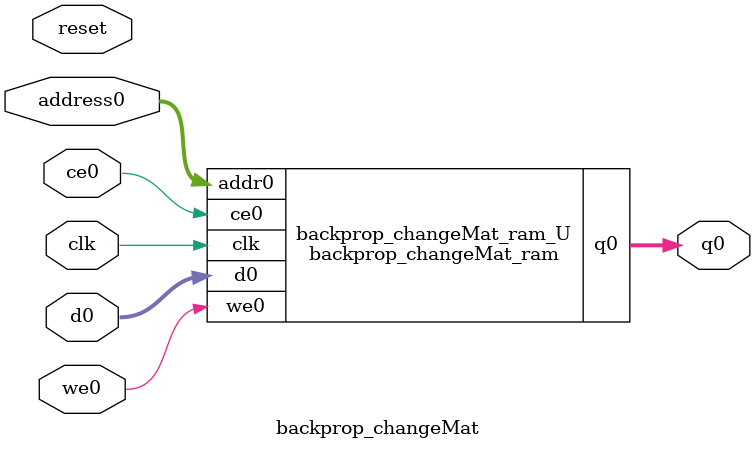
<source format=v>
`timescale 1 ns / 1 ps
module backprop_changeMat_ram (addr0, ce0, d0, we0, q0,  clk);

parameter DWIDTH = 64;
parameter AWIDTH = 9;
parameter MEM_SIZE = 300;

input[AWIDTH-1:0] addr0;
input ce0;
input[DWIDTH-1:0] d0;
input we0;
output reg[DWIDTH-1:0] q0;
input clk;

(* ram_style = "block" *)reg [DWIDTH-1:0] ram[0:MEM_SIZE-1];




always @(posedge clk)  
begin 
    if (ce0) begin
        if (we0) 
            ram[addr0] <= d0; 
        q0 <= ram[addr0];
    end
end


endmodule

`timescale 1 ns / 1 ps
module backprop_changeMat(
    reset,
    clk,
    address0,
    ce0,
    we0,
    d0,
    q0);

parameter DataWidth = 32'd64;
parameter AddressRange = 32'd300;
parameter AddressWidth = 32'd9;
input reset;
input clk;
input[AddressWidth - 1:0] address0;
input ce0;
input we0;
input[DataWidth - 1:0] d0;
output[DataWidth - 1:0] q0;



backprop_changeMat_ram backprop_changeMat_ram_U(
    .clk( clk ),
    .addr0( address0 ),
    .ce0( ce0 ),
    .we0( we0 ),
    .d0( d0 ),
    .q0( q0 ));

endmodule


</source>
